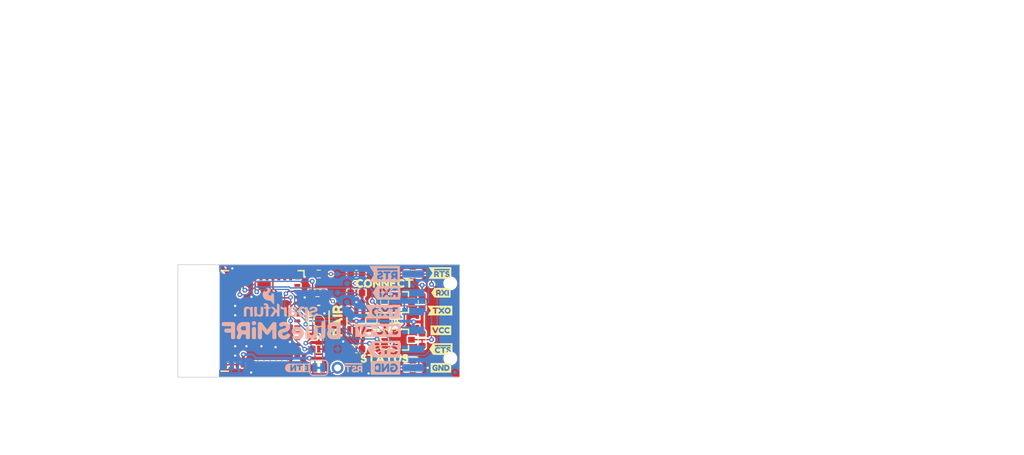
<source format=kicad_pcb>
(kicad_pcb (version 20221018) (generator pcbnew)
  (layers (0 "F.Cu" signal) (31 "B.Cu" signal) (34 "B.Paste" user) (35 "F.Paste" user) (36 "B.SilkS" user "B.Silkscreen") (37 "F.SilkS" user "F.Silkscreen") (38 "B.Mask" user) (39 "F.Mask" user) (44 "Edge.Cuts" user))
  (net 0 "")
  (net 1 "+3.3V")
  (net 2 "GND")
  (net 3 "VCC")
  (net 4 "Net-(D1-A)")
  (net 5 "Net-(D2-A)")
  (net 6 "~{RTS_HV}")
  (net 7 "RX_HV")
  (net 8 "TX_HV")
  (net 9 "~{CTS_HV}")
  (net 10 "TX_LV")
  (net 11 "~{RTS_LV}")
  (net 12 "Net-(U1-EN)")
  (net 13 "RX_LV")
  (net 14 "~{CTS_LV}")
  (net 33 "PAIR")
  (net 34 "Net-(JP1-A)")
  (net 35 "/Connect")
  (net 39 "/Status")
  (net 40 "Net-(U1-IOA15)")
  (footprint "kibuzzard-655A5C31" (layer "F.Cu") (at 159.131 124.46 90)
    (fp_text reference "kibuzzard-655A5C31" hide)
    (fp_text value "G***" hide)
  )
  (footprint "kibuzzard-655A539C" (layer "F.Cu") (at 164.973 117.983)
    (fp_text reference "kibuzzard-655A539C" hide)
    (fp_text value "G***" hide)
  )
  (footprint "SparkFun-LED:LED_0603_1608Metric" (layer "F.Cu") (at 157.48 118.11)
    (fp_text reference "D1")
    (fp_text value "Green")
    (pad "1" smd roundrect (at -0.7875 0) (size 0.875 0.95) (layers "F.Cu" "F.Paste" "F.Mask") (net 2 "GND"))
    (pad "2" smd roundrect (at 0.7875 0) (size 0.875 0.95) (layers "F.Cu" "F.Paste" "F.Mask") (net 4 "Net-(D1-A)"))
  )
  (footprint "SparkFun-Semiconductor-Standard:SOT23-3" (layer "F.Cu") (at 160.02 121.92)
    (fp_text reference "Q2")
    (fp_text value "NMOS_0.2A_50V")
    (pad "1" smd rect (at -1 -0.95 270) (size 0.8 0.9) (layers "F.Cu" "F.Paste" "F.Mask") (net 1 "+3.3V"))
    (pad "2" smd rect (at -1 0.95 270) (size 0.8 0.9) (layers "F.Cu" "F.Paste" "F.Mask") (net 11 "~{RTS_LV}"))
    (pad "3" smd rect (at 1.1 0 270) (size 0.8 0.9) (layers "F.Cu" "F.Paste" "F.Mask") (net 6 "~{RTS_HV}"))
  )
  (footprint "SparkFun-Resistor:R_0603_1608Metric" (layer "F.Cu") (at 148.59 118.11)
    (fp_text reference "R3")
    (fp_text value "1k")
    (pad "1" smd roundrect (at -0.825 0) (size 0.8 0.95) (layers "F.Cu" "F.Paste" "F.Mask") (net 13 "RX_LV"))
    (pad "2" smd roundrect (at 0.825 0) (size 0.8 0.95) (layers "F.Cu" "F.Paste" "F.Mask") (net 7 "RX_HV"))
  )
  (footprint "SparkFun-Aesthetic:Fiducial_0.5mm_Mask1mm" (layer "F.Cu") (at 135.636 117.348)
    (fp_text reference "FID2")
    (fp_text value "Fiducial_0.5")
    (pad "" smd circle (at 0 0) (size 0.5 0.5) (layers "F.Cu" "F.Mask") (clearance 0.25))
  )
  (footprint "SparkFun-Resistor:R_0603_1608Metric" (layer "F.Cu") (at 161.29 118.11 180)
    (fp_text reference "R5")
    (fp_text value "330")
    (pad "1" smd roundrect (at -0.825 0 180) (size 0.8 0.95) (layers "F.Cu" "F.Paste" "F.Mask") (net 35 "/Connect"))
    (pad "2" smd roundrect (at 0.825 0 180) (size 0.8 0.95) (layers "F.Cu" "F.Paste" "F.Mask") (net 4 "Net-(D1-A)"))
  )
  (footprint "SparkFun-Jumper:SMT-JUMPER_2_NO_SILK" (layer "F.Cu") (at 157.48 124.46 -90)
    (fp_text reference "JP2")
    (fp_text value "~")
    (pad "1" smd rect (at -0.4064 0 270) (size 0.635 1.27) (layers "F.Cu" "F.Mask") (net 3 "VCC"))
    (pad "2" smd rect (at 0.4064 0 270) (size 0.635 1.27) (layers "F.Cu" "F.Mask") (net 1 "+3.3V"))
  )
  (footprint "kibuzzard-65023040" (layer "F.Cu") (at 157.48 129.54)
    (fp_text reference "kibuzzard-65023040" hide)
    (fp_text value "G***" hide)
  )
  (footprint "SparkFun-Aesthetic:Ordering_Instructions" (layer "F.Cu") (at 180.34 81.28)
    (fp_text reference "U7" hide)
    (fp_text value "~" hide)
  )
  (footprint "kibuzzard-655A5381" (layer "F.Cu") (at 164.973 123.063)
    (fp_text reference "kibuzzard-655A5381" hide)
    (fp_text value "G***" hide)
  )
  (footprint "SparkFun-Connector:1X01" (layer "F.Cu") (at 151.13 130.81 90)
    (fp_text reference "TP1")
    (fp_text value "TestPoint")
    (pad "1" thru_hole circle (at 0 0 180) (size 1.6 1.6) (drill 0.95) (layers "*.Cu" "*.Mask") (net 12 "Net-(U1-EN)"))
  )
  (footprint "kibuzzard-6502302E" (layer "F.Cu") (at 157.48 119.38)
    (fp_text reference "kibuzzard-6502302E" hide)
    (fp_text value "G***" hide)
  )
  (footprint "SparkFun-Semiconductor-Standard:SOT23-5" (layer "F.Cu") (at 153.67 124.46 -90)
    (fp_text reference "U2")
    (fp_text value "AP2112K-3.3")
    (pad "1" smd rect (at -1.3001 -0.95 180) (size 0.55 1.2) (layers "F.Cu" "F.Paste" "F.Mask") (net 3 "VCC"))
    (pad "2" smd rect (at -1.3001 0 180) (size 0.55 1.2) (layers "F.Cu" "F.Paste" "F.Mask") (net 2 "GND"))
    (pad "3" smd rect (at -1.3001 0.95 180) (size 0.55 1.2) (layers "F.Cu" "F.Paste" "F.Mask") (net 3 "VCC"))
    (pad "4" smd rect (at 1.3001 0.95 180) (size 0.55 1.2) (layers "F.Cu" "F.Paste" "F.Mask"))
    (pad "5" smd rect (at 1.3001 -0.95 180) (size 0.55 1.2) (layers "F.Cu" "F.Paste" "F.Mask") (net 1 "+3.3V"))
  )
  (footprint "SparkFun-Aesthetic:Creative_Commons_License" (layer "F.Cu") (at 152.4 138.43)
    (fp_text reference "G2" hide)
    (fp_text value "OSHW_Logo" hide)
  )
  (footprint "SparkFun-Capacitor:C_0603_1608Metric" (layer "F.Cu") (at 153.67 120.65 180)
    (fp_text reference "C1")
    (fp_text value "10uF")
    (pad "1" smd roundrect (at -0.775 0 180) (size 0.9 0.95) (layers "F.Cu" "F.Paste" "F.Mask") (net 3 "VCC"))
    (pad "2" smd roundrect (at 0.775 0 180) (size 0.9 0.95) (layers "F.Cu" "F.Paste" "F.Mask") (net 2 "GND"))
  )
  (footprint "SparkFun-Resistor:R_0603_1608Metric" (layer "F.Cu") (at 162.56 127 -90)
    (fp_text reference "R9")
    (fp_text value "1k")
    (pad "1" smd roundrect (at -0.825 0 270) (size 0.8 0.95) (layers "F.Cu" "F.Paste" "F.Mask") (net 3 "VCC"))
    (pad "2" smd roundrect (at 0.825 0 270) (size 0.8 0.95) (layers "F.Cu" "F.Paste" "F.Mask") (net 8 "TX_HV"))
  )
  (footprint "SparkFun-Capacitor:C_0603_1608Metric" (layer "F.Cu") (at 153.67 128.27 180)
    (fp_text reference "C3")
    (fp_text value "1.0uF")
    (pad "1" smd roundrect (at -0.775 0 180) (size 0.9 0.95) (layers "F.Cu" "F.Paste" "F.Mask") (net 1 "+3.3V"))
    (pad "2" smd roundrect (at 0.775 0 180) (size 0.9 0.95) (layers "F.Cu" "F.Paste" "F.Mask") (net 2 "GND"))
  )
  (footprint "kibuzzard-64C48455" (layer "F.Cu") (at 165.1 125.73)
    (fp_text reference "kibuzzard-64C48455" hide)
    (fp_text value "G***" hide)
  )
  (footprint "SparkFun-Aesthetic:Fiducial_0.5mm_Mask1mm" (layer "F.Cu") (at 163.83 129.54)
    (fp_text reference "FID1")
    (fp_text value "Fiducial_0.5")
    (pad "" smd circle (at 0 0) (size 0.5 0.5) (layers "F.Cu" "F.Mask") (clearance 0.25))
  )
  (footprint "kibuzzard-655A4531" (layer "F.Cu") (at 165.1 120.65)
    (fp_text reference "kibuzzard-655A4531" hide)
    (fp_text value "G***" hide)
  )
  (footprint "SparkFun-Resistor:R_0603_1608Metric" (layer "F.Cu") (at 148.59 130.81 180)
    (fp_text reference "R1")
    (fp_text value "4.7k")
    (pad "1" smd roundrect (at -0.825 0 180) (size 0.8 0.95) (layers "F.Cu" "F.Paste" "F.Mask") (net 1 "+3.3V"))
    (pad "2" smd roundrect (at 0.825 0 180) (size 0.8 0.95) (layers "F.Cu" "F.Paste" "F.Mask") (net 12 "Net-(U1-EN)"))
  )
  (footprint "SparkFun-Semiconductor-Standard:SOT23-3" (layer "F.Cu") (at 160.02 127)
    (fp_text reference "Q1")
    (fp_text value "NMOS_0.2A_50V")
    (pad "1" smd rect (at -1 -0.95 270) (size 0.8 0.9) (layers "F.Cu" "F.Paste" "F.Mask") (net 1 "+3.3V"))
    (pad "2" smd rect (at -1 0.95 270) (size 0.8 0.9) (layers "F.Cu" "F.Paste" "F.Mask") (net 10 "TX_LV"))
    (pad "3" smd rect (at 1.1 0 270) (size 0.8 0.9) (layers "F.Cu" "F.Paste" "F.Mask") (net 8 "TX_HV"))
  )
  (footprint "SparkFun-Resistor:R_0603_1608Metric" (layer "F.Cu") (at 162.56 121.92 90)
    (fp_text reference "R10")
    (fp_text value "1k")
    (pad "1" smd roundrect (at -0.825 0 90) (size 0.8 0.95) (layers "F.Cu" "F.Paste" "F.Mask") (net 3 "VCC"))
    (pad "2" smd roundrect (at 0.825 0 90) (size 0.8 0.95) (layers "F.Cu" "F.Paste" "F.Mask") (net 6 "~{RTS_HV}"))
  )
  (footprint "SparkFun-Resistor:R_0603_1608Metric" (layer "F.Cu") (at 148.59 128.27)
    (fp_text reference "R2")
    (fp_text value "10k")
    (pad "1" smd roundrect (at -0.825 0) (size 0.8 0.95) (layers "F.Cu" "F.Paste" "F.Mask") (net 40 "Net-(U1-IOA15)"))
    (pad "2" smd roundrect (at 0.825 0) (size 0.8 0.95) (layers "F.Cu" "F.Paste" "F.Mask") (net 2 "GND"))
  )
  (footprint "kibuzzard-64C4846C" (layer "F.Cu") (at 165.1 130.81)
    (fp_text reference "kibuzzard-64C4846C" hide)
    (fp_text value "G***" hide)
  )
  (footprint "SparkFun-RF:ESP32-MINI" (layer "F.Cu") (at 140.79 124.46 90)
    (fp_text reference "U1")
    (fp_text value "ESP32-PICO-V3-02")
    (pad "1" smd rect (at -5.9 -4 180) (size 0.4 0.8) (layers "F.Cu" "F.Paste" "F.Mask") (net 2 "GND"))
    (pad "2" smd rect (at -5.9 -3.2 180) (size 0.4 0.8) (layers "F.Cu" "F.Paste" "F.Mask") (net 2 "GND"))
    (pad "3" smd rect (at -5.9 -2.4 180) (size 0.4 0.8) (layers "F.Cu" "F.Paste" "F.Mask") (net 1 "+3.3V"))
    (pad "4" smd rect (at -5.9 -1.6 180) (size 0.4 0.8) (layers "F.Cu" "F.Paste" "F.Mask"))
    (pad "5" smd rect (at -5.9 -0.8 180) (size 0.4 0.8) (layers "F.Cu" "F.Paste" "F.Mask"))
    (pad "6" smd rect (at -5.9 0 180) (size 0.4 0.8) (layers "F.Cu" "F.Paste" "F.Mask"))
    (pad "7" smd rect (at -5.9 0.8 180) (size 0.4 0.8) (layers "F.Cu" "F.Paste" "F.Mask"))
    (pad "8" smd rect (at -5.9 1.6 180) (size 0.4 0.8) (layers "F.Cu" "F.Paste" "F.Mask") (net 12 "Net-(U1-EN)"))
    (pad "9" smd rect (at -5.9 2.4 180) (size 0.4 0.8) (layers "F.Cu" "F.Paste" "F.Mask"))
    (pad "10" smd rect (at -5.9 3.2 180) (size 0.4 0.8) (layers "F.Cu" "F.Paste" "F.Mask"))
    (pad "11" smd rect (at -5.9 4 180) (size 0.4 0.8) (layers "F.Cu" "F.Paste" "F.Mask") (net 2 "GND"))
    (pad "12" smd rect (at -4.8 4.9 90) (size 0.4 0.8) (layers "F.Cu" "F.Paste" "F.Mask"))
    (pad "13" smd rect (at -4 4.9 90) (size 0.4 0.8) (layers "F.Cu" "F.Paste" "F.Mask"))
    (pad "14" smd rect (at -3.2 4.9 90) (size 0.4 0.8) (layers "F.Cu" "F.Paste" "F.Mask") (net 2 "GND"))
    (pad "15" smd rect (at -2.4 4.9 90) (size 0.4 0.8) (layers "F.Cu" "F.Paste" "F.Mask"))
    (pad "16" smd rect (at -1.6 4.9 90) (size 0.4 0.8) (layers "F.Cu" "F.Paste" "F.Mask"))
    (pad "17" smd rect (at -0.8 4.9 90) (size 0.4 0.8) (layers "F.Cu" "F.Paste" "F.Mask"))
    (pad "18" smd rect (at 0 4.9 90) (size 0.4 0.8) (layers "F.Cu" "F.Paste" "F.Mask"))
    (pad "19" smd rect (at 0.8 4.9 90) (size 0.4 0.8) (layers "F.Cu" "F.Paste" "F.Mask"))
    (pad "20" smd rect (at 1.6 4.9 90) (size 0.4 0.8) (layers "F.Cu" "F.Paste" "F.Mask") (net 35 "/Connect"))
    (pad "21" smd rect (at 2.4 4.9 90) (size 0.4 0.8) (layers "F.Cu" "F.Paste" "F.Mask") (net 40 "Net-(U1-IOA15)"))
    (pad "22" smd rect (at 3.2 4.9 90) (size 0.4 0.8) (layers "F.Cu" "F.Paste" "F.Mask"))
    (pad "23" smd rect (at 4 4.9 90) (size 0.4 0.8) (layers "F.Cu" "F.Paste" "F.Mask") (net 33 "PAIR"))
    (pad "24" smd rect (at 4.8 4.9 90) (size 0.4 0.8) (layers "F.Cu" "F.Paste" "F.Mask"))
    (pad "25" smd rect (at 5.9 4 180) (size 0.4 0.8) (layers "F.Cu" "F.Paste" "F.Mask"))
    (pad "26" smd rect (at 5.9 3.2 180) (size 0.4 0.8) (layers "F.Cu" "F.Paste" "F.Mask"))
    (pad "27" smd rect (at 5.9 2.4 180) (size 0.4 0.8) (layers "F.Cu" "F.Paste" "F.Mask"))
    (pad "28" smd rect (at 5.9 1.6 180) (size 0.4 0.8) (layers "F.Cu" "F.Paste" "F.Mask") (net 39 "/Status"))
    (pad "29" smd rect (at 5.9 0.8 180) (size 0.4 0.8) (layers "F.Cu" "F.Paste" "F.Mask"))
    (pad "30" smd rect (at 5.9 0 180) (size 0.4 0.8) (layers "F.Cu" "F.Paste" "F.Mask") (net 13 "RX_LV"))
    (pad "31" smd rect (at 5.9 -0.8 180) (size 0.4 0.8) (layers "F.Cu" "F.Paste" "F.Mask") (net 10 "TX_LV"))
    (pad "32" smd rect (at 5.9 -1.6 180) (size 0.4 0.8) (layers "F.Cu" "F.Paste" "F.Mask"))
    (pad "33" smd rect (at 5.9 -2.4 180) (size 0.4 0.8) (layers "F.Cu" "F.Paste" "F.Mask") (net 14 "~{CTS_LV}"))
    (pad "34" smd rect (at 5.9 -3.2 180) (size 0.4 0.8) (layers "F.Cu" "F.Paste" "F.Mask") (net 11 "~{RTS_LV}"))
    (pad "35" smd rect (at 5.9 -4 180) (size 0.4 0.8) (layers "F.Cu" "F.Paste" "F.Mask"))
    (pad "36" smd rect (at 4.8 -4.9 90) (size 0.4 0.8) (layers "F.Cu" "F.Paste" "F.Mask") (net 2 "GND"))
    (pad "37" smd rect (at 4 -4.9 90) (size 0.4 0.8) (layers "F.Cu" "F.Paste" "F.Mask") (net 2 "GND"))
    (pad "38" smd rect (at 3.2 -4.9 90) (size 0.4 0.8) (layers "F.Cu" "F.Paste" "F.Mask") (net 2 "GND"))
    (pad "39" smd rect (at 2.4 -4.9 90) (size 0.4 0.8) (layers "F.Cu" "F.Paste" "F.Mask") (net 2 "GND"))
    (pad "40" smd rect (at 1.6 -4.9 90) (size 0.4 0.8) (layers "F.Cu" "F.Paste" "F.Mask") (net 2 "GND"))
    (pad "41" smd rect (at 0.8 -4.9 90) (size 0.4 0.8) (layers "F.Cu" "F.Paste" "F.Mask") (net 2 "GND"))
    (pad "42" smd rect (at 0 -4.9 90) (size 0.4 0.8) (layers "F.Cu" "F.Paste" "F.Mask") (net 2 "GND"))
    (pad "43" smd rect (at -0.8 -4.9 90) (size 0.4 0.8) (layers "F.Cu" "F.Paste" "F.Mask") (net 2 "GND"))
    (pad "44" smd rect (at -1.6 -4.9 90) (size 0.4 0.8) (layers "F.Cu" "F.Paste" "F.Mask") (net 2 "GND"))
    (pad "45" smd rect (at -2.4 -4.9 90) (size 0.4 0.8) (layers "F.Cu" "F.Paste" "F.Mask") (net 2 "GND"))
    (pad "46" smd rect (at -3.2 -4.9 90) (size 0.4 0.8) (layers "F.Cu" "F.Paste" "F.Mask") (net 2 "GND"))
    (pad "47" smd rect (at -4 -4.9 90) (size 0.4 0.8) (layers "F.Cu" "F.Paste" "F.Mask") (net 2 "GND"))
    (pad "48" smd rect (at -4.8 -4.9 90) (size 0.4 0.8) (layers "F.Cu" "F.Paste" "F.Mask") (net 2 "GND"))
    (pad "49.1" smd rect (at -1.975 -1.975 90) (size 1.45 1.45) (layers "F.Cu" "F.Mask") (net 2 "GND"))
    (pad "49.2" smd rect (at -1.975 0 90) (size 1.45 1.45) (layers "F.Cu" "F.Mask") (net 2 "GND"))
    (pad "49.3" smd rect (at -1.975 1.975 90) (size 1.45 1.45) (layers "F.Cu" "F.Mask") (net 2 "GND"))
    (pad "49.4" smd rect (at 0 1.975 90) (size 1.45 1.45) (layers "F.Cu" "F.Mask") (net 2 "GND"))
    (pad "49.5" smd rect (at 1.975 1.975 90) (size 1.45 1.45) (layers "F.Cu" "F.Mask") (net 2 "GND"))
    (pad "49.6" smd rect (at 1.975 0 90) (size 1.45 1.45) (layers "F.Cu" "F.Mask") (net 2 "GND"))
    (pad "49.7" smd rect (at 1.975 -1.975 90) (size 1.45 1.45) (layers "F.Cu" "F.Mask") (net 2 "GND"))
    (pad "49.8" smd rect (at 0 -1.975 90) (size 1.45 1.45) (layers "F.Cu" "F.Mask") (net 2 "GND"))
    (pad "49.9" smd rect (at 0 0 90) (size 1.45 1.45) (layers "F.Cu" "F.Mask") (net 2 "GND"))
    (pad "50" smd rect (at 5.95 -4.95 90) (size 0.7 0.7) (layers "F.Cu" "F.Paste" "F.Mask") (net 2 "GND"))
    (pad "51" smd rect (at 5.95 4.95 90) (size 0.7 0.7) (layers "F.Cu" "F.Paste" "F.Mask") (net 2 "GND"))
    (pad "52" smd rect (at -5.95 4.95 90) (size 0.7 0.7) (layers "F.Cu" "F.Paste" "F.Mask") (net 2 "GND"))
    (pad "53" smd rect (at -5.95 -4.95 90) (size 0.7 0.7) (layers "F.Cu" "F.Paste" "F.Mask") (net 2 "GND"))
    (zone (net 0) (net_name "") (layer "F.Cu") (connect_pads (clearance 0)) (min_thickness 0.25)
      (keepout (tracks not_allowed) (vias not_allowed) (pads not_allowed) (copperpour not_allowed) (footprints allowed))
      (fill (thermal_gap 0.5) (thermal_bridge_width 0.5))
      (polygon (pts (xy 135.19 131.06) (xy 135.19 117.86) (xy 129.79 117.86) (xy 129.79 131.06)))
    )
    (zone (net 0) (net_name "") (layer "B.Cu") (connect_pads (clearance 0)) (min_thickness 0.25)
      (keepout (tracks not_allowed) (vias not_allowed) (pads not_allowed) (copperpour not_allowed) (footprints allowed))
      (fill (thermal_gap 0.5) (thermal_bridge_width 0.5))
      (polygon (pts (xy 129.79 117.86) (xy 129.79 131.06) (xy 135.19 131.06) (xy 135.19 117.86)))
    )
  )
  (footprint "SparkFun-Resistor:R_0603_1608Metric" (layer "F.Cu") (at 157.48 127 -90)
    (fp_text reference "R7")
    (fp_text value "1k")
    (pad "1" smd roundrect (at -0.825 0 270) (size 0.8 0.95) (layers "F.Cu" "F.Paste" "F.Mask") (net 1 "+3.3V"))
    (pad "2" smd roundrect (at 0.825 0 270) (size 0.8 0.95) (layers "F.Cu" "F.Paste" "F.Mask") (net 10 "TX_LV"))
  )
  (footprint "SparkFun-Capacitor:C_0603_1608Metric" (layer "F.Cu") (at 153.67 118.11 180)
    (fp_text reference "C2")
    (fp_text value "1.0uF")
    (pad "1" smd roundrect (at -0.775 0 180) (size 0.9 0.95) (layers "F.Cu" "F.Paste" "F.Mask") (net 3 "VCC"))
    (pad "2" smd roundrect (at 0.775 0 180) (size 0.9 0.95) (layers "F.Cu" "F.Paste" "F.Mask") (net 2 "GND"))
  )
  (footprint "kibuzzard-6502231B" (layer "F.Cu") (at 151.13 124.46 90)
    (fp_text reference "kibuzzard-6502231B" hide)
    (fp_text value "G***" hide)
  )
  (footprint "kibuzzard-65597E65" (layer "F.Cu") (at 165.1 128.27)
    (fp_text reference "kibuzzard-65597E65" hide)
    (fp_text value "G***" hide)
  )
  (footprint "SparkFun-Switch:Momentary_SMD_4.6x2.8mm" (layer "F.Cu") (at 148.59 124.46 90)
    (fp_text reference "SW1")
    (fp_text value "SPST_Momentary_4.6x2.8mm")
    (pad "1" smd rect (at -2.05 -0.8 90) (size 0.9 1) (layers "F.Cu" "F.Paste" "F.Mask") (net 34 "Net-(JP1-A)"))
    (pad "1" smd rect (at 2.05 -0.8 90) (size 0.9 1) (layers "F.Cu" "F.Paste" "F.Mask") (net 34 "Net-(JP1-A)"))
    (pad "2" smd rect (at -2.05 0.8 90) (size 0.9 1) (layers "F.Cu" "F.Paste" "F.Mask") (net 2 "GND"))
    (pad "2" smd rect (at 2.05 0.8 90) (size 0.9 1) (layers "F.Cu" "F.Paste" "F.Mask") (net 2 "GND"))
  )
  (footprint "SparkFun-LED:LED_0603_1608Metric" (layer "F.Cu") (at 157.48 130.81)
    (fp_text reference "D2")
    (fp_text value "Red")
    (pad "1" smd roundrect (at -0.7875 0) (size 0.875 0.95) (layers "F.Cu" "F.Paste" "F.Mask") (net 2 "GND"))
    (pad "2" smd roundrect (at 0.7875 0) (size 0.875 0.95) (layers "F.Cu" "F.Paste" "F.Mask") (net 5 "Net-(D2-A)"))
  )
  (footprint "SparkFun-Resistor:R_0603_1608Metric" (layer "F.Cu") (at 148.4 120.65)
    (fp_text reference "R4")
    (fp_text value "1k")
    (pad "1" smd roundrect (at -0.825 0) (size 0.8 0.95) (layers "F.Cu" "F.Paste" "F.Mask") (net 14 "~{CTS_LV}"))
    (pad "2" smd roundrect (at 0.825 0) (size 0.8 0.95) (layers "F.Cu" "F.Paste" "F.Mask") (net 9 "~{CTS_HV}"))
  )
  (footprint "SparkFun-Capacitor:C_0603_1608Metric" (layer "F.Cu") (at 153.67 130.81 180)
    (fp_text reference "C4")
    (fp_text value "10uF")
    (pad "1" smd roundrect (at -0.775 0 180) (size 0.9 0.95) (layers "F.Cu" "F.Paste" "F.Mask") (net 1 "+3.3V"))
    (pad "2" smd roundrect (at 0.775 0 180) (size 0.9 0.95) (layers "F.Cu" "F.Paste" "F.Mask") (net 2 "GND"))
  )
  (footprint "SparkFun-Resistor:R_0603_1608Metric" (layer "F.Cu") (at 157.48 121.92 -90)
    (fp_text reference "R8")
    (fp_text value "1k")
    (pad "1" smd roundrect (at -0.825 0 270) (size 0.8 0.95) (layers "F.Cu" "F.Paste" "F.Mask") (net 1 "+3.3V"))
    (pad "2" smd roundrect (at 0.825 0 270) (size 0.8 0.95) (layers "F.Cu" "F.Paste" "F.Mask") (net 11 "~{RTS_LV}"))
  )
  (footprint "SparkFun-Resistor:R_0603_1608Metric" (layer "F.Cu") (at 161.29 130.81 180)
    (fp_text reference "R6")
    (fp_text value "4.7k")
    (pad "1" smd roundrect (at -0.825 0 180) (size 0.8 0.95) (layers "F.Cu" "F.Paste" "F.Mask") (net 39 "/Status"))
    (pad "2" smd roundrect (at 0.825 0 180) (size 0.8 0.95) (layers "F.Cu" "F.Paste" "F.Mask") (net 5 "Net-(D2-A)"))
  )
  (footprint "SparkFun-Connector:TestPoint-0.75mm" (layer "B.Cu") (at 151.13 123.19 180)
    (fp_text reference "TP3")
    (fp_text value "TestPoint_0.75mm")
    (pad "1" smd roundrect (at 0 0 180) (size 0.75 0.75) (layers "B.Cu" "B.Mask") (roundrect_rratio 0.5) (net 9 "~{CTS_HV}"))
  )
  (footprint "SparkFun-Connector:TestPoint-0.75mm" (layer "B.Cu") (at 151.13 128.27 180)
    (fp_text reference "TP6")
    (fp_text value "TestPoint_0.75mm")
    (pad "1" smd roundrect (at 0 0 180) (size 0.75 0.75) (layers "B.Cu" "B.Mask") (roundrect_rratio 0.5) (net 2 "GND"))
  )
  (footprint "SparkFun-Jumper:SMT-JUMPER_2_NC_TRACE_SILK" (layer "B.Cu") (at 148.59 130.81)
    (fp_text reference "JP1")
    (fp_text value "~")
    (fp_poly (pts (xy -0.25 0.15) (xy 0.25 0.15) (xy 0.25 -0.15) (xy -0.25 -0.15)) (fill solid) (layer "B.Cu"))
    (pad "1" smd rect (at -0.5207 0) (size 0.6604 1.27) (layers "B.Cu" "B.Mask") (net 34 "Net-(JP1-A)"))
    (pad "2" smd rect (at 0.5207 0) (size 0.6604 1.27) (layers "B.Cu" "B.Mask") (net 33 "PAIR"))
  )
  (footprint "kibuzzard-64C47F40" (layer "B.Cu") (at 143.51 125.73 180)
    (fp_text reference "kibuzzard-64C47F40" hide)
    (fp_text value "G***" hide)
  )
  (footprint "SparkFun-Connector:TestPoint-0.75mm" (layer "B.Cu") (at 152.4 119.38 180)
    (fp_text reference "TP7")
    (fp_text value "TestPoint_0.75mm")
    (pad "1" smd roundrect (at 0 0 180) (size 0.75 0.75) (layers "B.Cu" "B.Mask") (roundrect_rratio 0.5) (net 3 "VCC"))
  )
  (footprint "SparkFun-Aesthetic:Fiducial_0.5mm_Mask1mm" (layer "B.Cu") (at 167.005 131.445 180)
    (fp_text reference "FID3")
    (fp_text value "Fiducial_0.5")
    (pad "" smd circle (at 0 0 180) (size 0.5 0.5) (layers "B.Cu" "B.Mask") (clearance 0.25))
  )
  (footprint "SparkFun-Aesthetic:SparkFun_Logo_10mm" (layer "B.Cu") (at 143.51 123.19 180)
    (fp_text reference "G***")
    (fp_text value "LOGO" hide)
  )
  (footprint "kibuzzard-655A454B" (layer "B.Cu") (at 157.734 120.65 180)
    (fp_text reference "kibuzzard-655A454B" hide)
    (fp_text value "G***" hide)
  )
  (footprint "kibuzzard-65022EAF" (layer "B.Cu") (at 157.607 130.81 180)
    (fp_text reference "kibuzzard-65022EAF" hide)
    (fp_text value "G***" hide)
  )
  (footprint "SparkFun-Connector:TestPoint-0.75mm" (layer "B.Cu") (at 151.13 120.65 180)
    (fp_text reference "TP5")
    (fp_text value "TestPoint_0.75mm")
    (pad "1" smd roundrect (at 0 0 180) (size 0.75 0.75) (layers "B.Cu" "B.Mask") (roundrect_rratio 0.5) (net 6 "~{RTS_HV}"))
  )
  (footprint "SparkFun-Connector:TestPoint-0.75mm" (layer "B.Cu") (at 152.4 121.92 180)
    (fp_text reference "TP4")
    (fp_text value "TestPoint_0.75mm")
    (pad "1" smd roundrect (at 0 0 180) (size 0.75 0.75) (layers "B.Cu" "B.Mask") (roundrect_rratio 0.5) (net 8 "TX_HV"))
  )
  (footprint "kibuzzard-65597EC2" (layer "B.Cu") (at 157.353 128.27 180)
    (fp_text reference "kibuzzard-65597EC2" hide)
    (fp_text value "G***" hide)
  )
  (footprint "SparkFun-Connector:TestPoint-0.75mm" (layer "B.Cu") (at 151.13 118.11 180)
    (fp_text reference "TP2")
    (fp_text value "TestPoint_0.75mm")
    (pad "1" smd roundrect (at 0 0 180) (size 0.75 0.75) (layers "B.Cu" "B.Mask") (roundrect_rratio 0.5) (net 7 "RX_HV"))
  )
  (footprint "kibuzzard-65022F1B" (layer "B.Cu") (at 145.669 130.820001 180)
    (fp_text reference "kibuzzard-65022F1B" hide)
    (fp_text value "G***" hide)
  )
  (footprint "kibuzzard-65597EE2" (layer "B.Cu") (at 157.48 118.12 180)
    (fp_text reference "kibuzzard-65597EE2" hide)
    (fp_text value "G***" hide)
  )
  (footprint "SparkFun-Aesthetic:Fiducial_0.5mm_Mask1mm" (layer "B.Cu") (at 135.89 117.602 180)
    (fp_text reference "FID4")
    (fp_text value "Fiducial_0.5")
    (pad "" smd circle (at 0 0 180) (size 0.5 0.5) (layers "B.Cu" "B.Mask") (clearance 0.25))
  )
  (footprint "kibuzzard-655A4561" (layer "B.Cu") (at 157.226 123.22 180)
    (fp_text reference "kibuzzard-655A4561" hide)
    (fp_text value "G***" hide)
  )
  (footprint "kibuzzard-655A45DC" (layer "B.Cu") (at 153.289 130.81 180)
    (fp_text reference "kibuzzard-655A45DC" hide)
    (fp_text value "G***" hide)
  )
  (footprint "kibuzzard-655A5305" (layer "B.Cu") (at 156.591 125.73 180)
    (fp_text reference "kibuzzard-655A5305" hide)
    (fp_text value "G***" hide)
  )
  (footprint "SparkFun-Connector:1X06-SMD_RA_MALE" (layer "B.Cu") (at 166.37 124.46 -90)
    (fp_text reference "J1")
    (fp_text value "Conn_01x06")
    (pad "" np_thru_hole circle (at -5.08 0 270) (size 1.4 1.4) (drill 1.4) (layers "*.Cu" "*.Mask"))
    (pad "" np_thru_hole circle (at 5.08 0 270) (size 1.4 1.4) (drill 1.4) (layers "*.Cu" "*.Mask"))
    (pad "1" smd rect (at -6.35 5 180) (size 3 1) (layers "B.Cu" "B.Paste" "B.Mask") (net 6 "~{RTS_HV}"))
    (pad "2" smd rect (at -3.81 5 180) (size 3 1) (layers "B.Cu" "B.Paste" "B.Mask") (net 7 "RX_HV"))
    (pad "3" smd rect (at -1.27 5 180) (size 3 1) (layers "B.Cu" "B.Paste" "B.Mask") (net 8 "TX_HV"))
    (pad "4" smd rect (at 1.27 5 180) (size 3 1) (layers "B.Cu" "B.Paste" "B.Mask") (net 3 "VCC"))
    (pad "5" smd rect (at 3.81 5 180) (size 3 1) (layers "B.Cu" "B.Paste" "B.Mask") (net 9 "~{CTS_HV}"))
    (pad "6" smd rect (at 6.35 5 180) (size 3 1) (layers "B.Cu" "B.Paste" "B.Mask") (net 2 "GND"))
  )
  (gr_rect (start 129.54 116.84) (end 167.64 132.08) (stroke (width 0.1)) (fill none) (layer "Edge.Cuts"))
  (gr_text "v11" (at 137.16 130.81) (layer "B.Cu" knockout) (effects (font (size 1.016 1.016) (thickness 0.254) bold) (justify mirror)))
  (segment (start 147.32 129.5) (end 149.415219 129.5) (width 0.4064) (layer "F.Cu") (net 1))
  (segment (start 154.62 127.001359) (end 154.445 127.176359) (width 0.4064) (layer "F.Cu") (net 1))
  (segment (start 149.415219 129.5) (end 154.445 129.5) (width 0.4064) (layer "F.Cu") (net 1))
  (segment (start 138.39 129.01) (end 138.4 129) (width 0.4064) (layer "F.Cu") (net 1))
  (segment (start 158.895 121.095) (end 159.02 120.97) (width 0.1778) (layer "F.Cu") (net 1))
  (segment (start 160.147 124.923) (end 160.147 122.097) (width 0.1778) (layer "F.Cu") (net 1))
  (segment (start 154.445 129.5) (end 154.445 128.27) (width 0.4064) (layer "F.Cu") (net 1))
  (segment (start 155.68505 125.7601) (end 154.62 125.7601) (width 0.4064) (layer "F.Cu") (net 1))
  (segment (start 149.415 130.81) (end 149.415 129.500219) (width 0.4064) (layer "F.Cu") (net 1))
  (segment (start 154.445 130.81) (end 154.445 129.5) (width 0.4064) (layer "F.Cu") (net 1))
  (segment (start 157.48 124.8664) (end 157.48 126.175) (width 0.4064) (layer "F.Cu") (net 1))
  (segment (start 149.415 129.500219) (end 149.415219 129.5) (width 0.4064) (layer "F.Cu") (net 1))
  (segment (start 138.39 130.36) (end 138.39 129.01) (width 0.4064) (layer "F.Cu") (net 1))
  (segment (start 157.48 126.175) (end 156.09995 126.175) (width 0.4064) (layer "F.Cu") (net 1))
  (segment (start 158.895 126.175) (end 159.02 126.05) (width 0.1778) (layer "F.Cu") (net 1))
  (segment (start 156.09995 126.175) (end 155.68505 125.7601) (width 0.4064) (layer "F.Cu") (net 1))
  (segment (start 154.445 127.176359) (end 154.445 128.27) (width 0.4064) (layer "F.Cu") (net 1))
  (segment (start 159.02 126.05) (end 160.147 124.923) (width 0.1778) (layer "F.Cu") (net 1))
  (segment (start 160.147 122.097) (end 159.02 120.97) (width 0.1778) (layer "F.Cu") (net 1))
  (segment (start 157.48 121.095) (end 158.895 121.095) (width 0.1778) (layer "F.Cu") (net 1))
  (segment (start 157.48 126.175) (end 158.895 126.175) (width 0.1778) (layer "F.Cu") (net 1))
  (segment (start 154.62 125.7601) (end 154.62 127.001359) (width 0.4064) (layer "F.Cu") (net 1))
  (via (at 147.32 129.5) (size 0.6604) (drill 0.3048) (layers "F.Cu" "B.Cu") (net 1))
  (via (at 138.4 129) (size 0.6604) (drill 0.3048) (layers "F.Cu" "B.Cu") (net 1))
  (segment (start 139.605 129) (end 138.4 129) (width 0.4064) (layer "B.Cu") (net 1))
  (segment (start 147.32 129.5) (end 140.105 129.5) (width 0.4064) (layer "B.Cu") (net 1))
  (segment (start 140.105 129.5) (end 139.605 129) (width 0.4064) (layer "B.Cu") (net 1))
  (segment (start 135.84 119.61) (end 135.89 119.66) (width 0.4064) (layer "F.Cu") (net 2))
  (segment (start 142.765 122.485) (end 142.765 121.429) (width 0.4064) (layer "F.Cu") (net 2))
  (segment (start 137.59 129.462) (end 137.287 129.159) (width 0.4064) (layer "F.Cu") (net 2))
  (segment (start 145.74 130.41) (end 146.666 130.41) (width 0.4064) (layer "F.Cu") (net 2))
  (segment (start 145.06 127.66) (end 144.7 127.3) (width 0.4064) (layer "F.Cu") (net 2))
  (segment (start 138.815 126.435) (end 140.79 126.435) (width 0.4064) (layer "F.Cu") (net 2))
  (segment (start 145.74 118.51) (end 146.793 118.51) (width 0.4064) (layer "F.Cu") (net 2))
  (segment (start 140.79 127.836) (end 140.843 127.889) (width 0.4064) (layer "F.Cu") (net 2))
  (segment (start 140.79 124.46) (end 138.815 124.46) (width 0.4064) (layer "F.Cu") (net 2))
  (segment (start 138.815 124.46) (end 137.414 124.46) (width 0.4064) (layer "F.Cu") (net 2))
  (segment (start 135.89 126.06) (end 136.652 126.06) (width 0.4064) (layer "F.Cu") (net 2))
  (segment (start 135.89 122.86) (end 136.855 122.86) (width 0.4064) (layer "F.Cu") (net 2))
  (segment (start 138.815 127.885) (end 138.811 127.889) (width 0.4064) (layer "F.Cu") (net 2))
  (segment (start 135.84 130.41) (end 135.84 131.522) (width 0.4064) (layer "F.Cu") (net 2))
  (segment (start 136.5 121.26) (end 136.652 121.412) (width 0.4064) (layer "F.Cu") (net 2))
  (segment (start 136.766 126.86) (end 136.906 127) (width 0.4064) (layer "F.Cu") (net 2))
  (segment (start 143.2524 128.016) (end 142.748 128.016) (width 0.4064) (layer "F.Cu") (net 2))
  (segment (start 135.89 123.66) (end 137.247 123.66) (width 0.4064) (layer "F.Cu") (net 2))
  (segment (start 138.815 122.485) (end 137.344 122.485) (width 0.4064) (layer "F.Cu") (net 2))
  (segment (start 136.79 130.36) (end 136.79 131.434) (width 0.4064) (layer "F.Cu") (net 2))
  (segment (start 140.79 122.485) (end 140.79 121.338) (width 0.4064) (layer "F.Cu") (net 2))
  (segment (start 142.765 127.999) (end 142.748 128.016) (width 0.4064) (layer "F.Cu") (net 2))
  (segment (start 135.89 121.26) (end 136.5 121.26) (width 0.4064) (layer "F.Cu") (net 2))
  (segment (start 135.89 125.26) (end 136.868 125.26) (width 0.4064) (layer "F.Cu") (net 2))
  (segment (start 136.79 130.36) (end 136.79 129.656) (width 0.4064) (layer "F.Cu") (net 2))
  (segment (start 137.59 130.36) (end 137.59 131.396) (width 0.4064) (layer "F.Cu") (net 2))
  (segment (start 142.765 126.435) (end 142.765 127.999) (width 0.4064) (layer "F.Cu") (net 2))
  (segment (start 138.815 126.435) (end 138.815 127.885) (width 0.4064) (layer "F.Cu") (net 2))
  (segment (start 135.84 129.31) (end 135.89 129.26) (width 0.4064) (layer "F.Cu") (net 2))
  (segment (start 136.884475 117.348) (end 136.906 117.348) (width 0.4064) (layer "F.Cu") (net 2))
  (segment (start 135.84 118.392475) (end 136.884475 117.348) (width 0.4064) (layer "F.Cu") (net 2))
  (segment (start 142.765 122.485) (end 142.765 124.46) (width 0.4064) (layer "F.Cu") (net 2))
  (segment (start 137.058 127.66) (end 137.287 127.889) (width 0.4064) (layer "F.Cu") (net 2))
  (segment (start 136.716 120.46) (end 136.906 120.65) (width 0.4064) (layer "F.Cu") (net 2))
  (segment (start 142.765 124.46) (end 140.79 124.46) (width 0.4064) (layer "F.Cu") (net 2))
  (segment (start 140.79 122.485) (end 142.765 122.485) (width 0.4064) (layer "F.Cu") (net 2))
  (segment (start 135.89 128.46) (end 136.716 128.46) (width 0.4064) (layer "F.Cu") (net 2))
  (segment (start 153.67 123.1599) (end 153.67 121.92) (width 0.5588) (layer "F.Cu") (net 2))
  (segment (start 135.84 130.41) (end 135.84 129.31) (width 0.4064) (layer "F.Cu") (net 2))
  (segment (start 135.89 126.86) (end 136.766 126.86) (width 0.4064) (layer "F.Cu") (net 2))
  (segment (start 142.765 124.46) (end 142.765 126.435) (width 0.4064) (layer "F.Cu") (net 2))
  (segment (start 135.89 124.46) (end 136.652 124.46) (width 0.4064) (layer "F.Cu") (net 2))
  (segment (start 135.89 120.46) (end 136.716 120.46) (width 0.4064) (layer "F.Cu") (net 2))
  (segment (start 145.69 127.66) (end 145.06 127.66) (width 0.4064) (layer "F.Cu") (net 2))
  (segment (start 140.79 126.435) (end 140.79 127.836) (width 0.4064) (layer "F.Cu") (net 2))
  (segment (start 137.247 123.66) (end 137.287 123.7) (width 0.4064) (layer "F.Cu") (net 2))
  (segment (start 138.815 122.485) (end 140.79 122.485) (width 0.4064) (layer "F.Cu") (net 2))
  (segment (start 140.79 126.435) (end 140.79 124.46) (width 0.4064) (layer "F.Cu") (net 2))
  (segment (start 136.919 122.06) (end 137.287 122.428) (width 0.4064) (layer "F.Cu") (net 2))
  (segment (start 138.815 126.435) (end 137.598 126.435) (width 0.4064) (layer "F.Cu") (net 2))
  (segment (start 138.815 126.435) (end 138.815 124.46) (width 0.4064) (layer "F.Cu") (net 2))
  (segment (start 137.344 122.485) (end 137.287 122.428) (width 0.4064) (layer "F.Cu") (net 2))
  (segment (start 137.59 130.36) (end 137.59 129.462) (width 0.4064) (layer "F.Cu") (net 2))
  (segment (start 135.89 122.06) (end 136.919 122.06) (width 0.4064) (layer "F.Cu") (net 2))
  (segment (start 144.79 130.36) (end 144.79 129.5536) (width 0.4064) (layer "F.Cu") (net 2))
  (segment (start 140.79 126.435) (end 142.765 126.435) (width 0.4064) (layer "F.Cu") (net 2))
  (segment (start 144.79 130.36) (end 144.79 131.054) (width 0.4064) (layer "F.Cu") (net 2))
  (segment (start 135.84 118.51) (end 135.84 119.61) (width 0.4064) (layer "F.Cu") (net 2))
  (segment (start 136.79 129.656) (end 137.287 129.159) (width 0.4064) (layer "F.Cu") (net 2))
  (segment (start 136.83 126.06) (end 136.906 125.984) (width 0.4064) (layer "F.Cu") (net 2))
  (segment (start 144.79 129.5536) (end 143.2524 128.016) (width 0.4064) (layer "F.Cu") (net 2))
  (segment (start 136.716 128.46) (end 137.287 127.889) (width 0.4064) (layer "F.Cu") (net 2))
  (segment (start 137.186 129.26) (end 137.287 129.159) (width 0.4064) (layer "F.Cu") (net 2))
  (segment (start 135.89 127.66) (end 137.058 127.66) (width 0.4064) (layer "F.Cu") (net 2))
  (segment (start 136.855 122.86) (end 137.287 122.428) (width 0.4064) (layer "F.Cu") (net 2))
  (segment (start 135.84 118.51) (end 135.84 118.392475) (width 0.4064) (layer "F.Cu") (net 2))
  (segment (start 140.79 124.46) (end 140.79 122.485) (width 0.4064) (layer "F.Cu") (net 2))
  (via (at 149.352 123.444) (size 0.6604) (drill 0.3048) (layers "F.Cu" "B.Cu") (net 2))
  (via (at 142.748 128.016) (size 0.6604) (drill 0.3048) (layers "F.Cu" "B.Cu") (net 2))
  (via (at 137.287 129.159) (size 0.6604) (drill 0.3048) (layers "F.Cu" "B.Cu") (net 2))
  (via (at 144.7 127.3) (size 0.6604) (drill 0.3048) (layers "F.Cu" "B.Cu") (net 2))
  (via (at 140.843 127.889) (size 0.6604) (drill 0.3048) (layers "F.Cu" "B.Cu") (net 2))
  (via (at 136.906 117.348) (size 0.6604) (drill 0.3048) (layers "F.Cu" "B.Cu") (net 2))
  (via (at 137.287 127.889) (size 0.6604) (drill 0.3048) (layers "F.Cu" "B.Cu") (net 2))
  (via (at 137.287 122.428) (size 0.6604) (drill 0.3048) (layers "F.Cu" "B.Cu") (net 2))
  (via (at 146.685 118.491) (size 0.6604) (drill 0.3048) (layers "F.Cu" "B.Cu") (net 2))
  (via (at 151.892 127.254) (size 0.6604) (drill 0.3048) (layers "F.Cu" "B.Cu") (net 2))
  (via (at 155.321 131.572) (size 0.6604) (drill 0.3048) (layers "F.Cu" "B.Cu") (net 2))
  (via (at 139.5 121.2) (size 0.6604) (drill 0.3048) (layers "F.Cu" "B.Cu") (net 2))
  (via (at 139.446 131.445) (size 0.6604) (drill 0.3048) (layers "F.Cu" "B.Cu") (net 2))
  (via (at 138.811 127.889) (size 0.6604) (drill 0.3048) (layers "F.Cu" "B.Cu") (net 2))
  (via (at 153.67 121.92) (size 0.6604) (drill 0.3048) (layers "F.Cu" "B.Cu") (net 2))
  (via (at 146.685 121.285) (size 0.6604) (drill 0.3048) (layers "F.Cu" "B.Cu") (net 2))
  (via (at 137.287 123.7) (size 0.6604) (drill 0.3048) (layers "F.Cu" "B.Cu") (net 2))
  (via (at 163.322 130.81) (size 0.6604) (drill 0.3048) (layers "F.Cu" "B.Cu") (net 2))
  (segment (start 162.56 122.745) (end 162.56 124.587) (width 0.4064) (layer "F.Cu") (net 3))
  (segment (start 154.62 123.1599) (end 154.62 121.93) (width 0.4064) (layer "F.Cu") (net 3))
  (segment (start 154.445 121.755) (end 154.445 120.65) (width 0.4064) (layer "F.Cu") (net 3))
  (segment (start 153.543 119.38) (end 154.445 119.38) (width 0.1524) (layer "F.Cu") (net 3))
  (segment (start 152.938455 124.5) (end 153.67 124.5) (width 0.4064) (layer "F.Cu") (net 3))
  (segment (start 154.62 121.93) (end 154.445 121.755) (width 0.4064) (layer "F.Cu") (net 3))
  (segment (start 154.445 118.11) (end 154.445 119.38) (width 0.4064) (layer "F.Cu") (net 3))
  (segment (start 154.62 124.145) (end 154.62 123.1599) (width 0.4064) (layer "F.Cu") (net 3))
  (segment (start 152.72 123.1599) (end 152.72 124.281545) (width 0.4064) (layer "F.Cu") (net 3))
  (segment (start 157.48 124.0536) (end 154.7114 124.0536) (width 0.4064) (layer "F.Cu") (net 3))
  (segment (start 154.445 119.38) (end 154.445 120.65) (width 0.4064) (layer "F.Cu") (net 3))
  (segment (start 153.67 124.5) (end 154.265 124.5) (width 0.4064) (layer "F.Cu") (net 3))
  (segment (start 161.417 124.587) (end 162.56 124.587) (width 0.4064) (layer "F.Cu") (net 3))
  (segment (start 152.72 124.281545) (end 152.938455 124.5) (width 0.4064) (layer "F.Cu") (net 3))
  (segment (start 154.7114 124.0536) (end 154.62 124.145) (width 0.4064) (layer "F.Cu") (net 3))
  (segment (start 154.265 124.5) (end 154.62 124.145) (width 0.4064) (layer "F.Cu") (net 3))
  (segment (start 162.56 126.175) (end 162.56 124.587) (width 0.4064) (layer "F.Cu") (net 3))
  (via (at 161.417 124.587) (size 0.6604) (drill 0.3048) (layers "F.Cu" "B.Cu") (net 3))
  (via (at 153.543 119.38) (size 0.56) (drill 0.3) (layers "F.Cu" "B.Cu") (net 3))
  (via (at 153.67 124.5) (size 0.6604) (drill 0.3048) (layers "F.Cu" "B.Cu") (net 3))
  (segment (start 161.37 125.73) (end 161.37 124.634) (width 0.4064) (layer "B.Cu") (net 3))
  (segment (start 161.33 124.5) (end 153.67 124.5) (width 0.4064) (layer "B.Cu") (net 3))
  (segment (start 161.37 125.73) (end 161.37 124.54) (width 0.4064) (layer "B.Cu") (net 3))
  (segment (start 161.37 124.634) (end 161.417 124.587) (width 0.4064) (layer "B.Cu") (net 3))
  (segment (start 161.37 124.54) (end 161.33 124.5) (width 0.4064) (layer "B.Cu") (net 3))
  (segment (start 152.4 119.38) (end 153.543 119.38) (width 0.1524) (layer "B.Cu") (net 3))
  (segment (start 158.2675 118.11) (end 160.465 118.11) (width 0.1778) (layer "F.Cu") (net 4))
  (segment (start 160.465 130.81) (end 158.2675 130.81) (width 0.1778) (layer "F.Cu") (net 5))
  (segment (start 161.735 121.92) (end 162.56 121.095) (width 0.1778) (layer "F.Cu") (net 6))
  (segment (start 161.12 121.92) (end 161.735 121.92) (width 0.1778) (layer "F.Cu") (net 6))
  (segment (start 162.56 121.095) (end 162.56 119.620298) (width 0.1778) (layer "F.Cu") (net 6))
  (via (at 162.56 119.620298) (size 0.6604) (drill 0.3048) (layers "F.Cu" "B.Cu") (net 6))
  (segment (start 163.449 121.92) (end 163.449 119.916263) (width 0.1524) (layer "B.Cu") (net 6))
  (segment (start 162.941 122.428) (end 163.449 121.92) (width 0.1524) (layer "B.Cu") (net 6))
  (segment (start 163.449 119.916263) (end 163.2712 119.738463) (width 0.1524) (layer "B.Cu") (net 6))
  (segment (start 163.181298 119.620298) (end 162.56 119.620298) (width 0.1524) (layer "B.Cu") (net 6))
  (segment (start 163.2712 119.7102) (end 163.181298 119.620298) (width 0.1524) (layer "B.Cu") (net 6))
  (segment (start 163.2712 119.738463) (end 163.2712 119.7102) (width 0.1524) (layer "B.Cu") (net 6))
  (segment (start 162.56 119.620298) (end 161.784298 119.620298) (width 0.1778) (layer "B.Cu") (net 6))
  (segment (start 151.13 120.65) (end 153.655868 120.65) (width 0.1524) (layer "B.Cu") (net 6))
  (segment (start 155.433868 122.428) (end 162.941 122.428) (width 0.1524) (layer "B.Cu") (net 6))
  (segment (start 161.784298 119.620298) (end 161.37 119.206) (width 0.1778) (layer "B.Cu") (net 6))
  (segment (start 153.655868 120.65) (end 155.433868 122.428) (width 0.1524) (layer "B.Cu") (net 6))
  (segment (start 161.37 119.206) (end 161.37 118.11) (width 0.1778) (layer "B.Cu") (net 6))
  (segment (start 149.415 118.11) (end 150.241 118.11) (width 0.1524) (layer "F.Cu") (net 7))
  (via (at 150.241 118.11) (size 0.56) (drill 0.3) (layers "F.Cu" "B.Cu") (net 7))
  (segment (start 151.13 118.11) (end 154.94 118.11) (width 0.1524) (layer "B.Cu") (net 7))
  (segment (start 157.48 120.65) (end 161.37 120.65) (width 0.1778) (layer "B.Cu") (net 7))
  (segment (start 150.241 118.11) (end 151.13 118.11) (width 0.1524) (layer "B.Cu") (net 7))
  (segment (start 156.0671 119.2371) (end 157.48 120.65) (width 0.1778) (layer "B.Cu") (net 7))
  (segment (start 154.94 118.11) (end 156.0671 119.2371) (width 0.1524) (layer "B.Cu") (net 7))
  (segment (start 162.56 127) (end 161.12 127) (width 0.1778) (layer "F.Cu") (net 8))
  (segment (start 163.83 127) (end 162.56 127) (width 0.1778) (layer "F.Cu") (net 8))
  (segment (start 162.56 127.825) (end 162.56 127) (width 0.1778) (layer "F.Cu") (net 8))
  (via (at 163.83 127) (size 0.6604) (drill 0.3048) (layers "F.Cu" "B.Cu") (net 8))
  (segment (start 161.37 123.19) (end 163.322 123.19) (width 0.1778) (layer "B.Cu") (net 8))
  (segment (start 163.322 123.19) (end 163.83 123.698) (width 0.1778) (layer "B.Cu") (net 8))
  (segment (start 163.83 123.698) (end 163.83 127) (width 0.1778) (layer "B.Cu") (net 8))
  (segment (start 152.4 121.92) (end 153.67 123.19) (width 0.1524) (layer "B.Cu") (net 8))
  (segment (start 153.67 123.19) (end 161.37 123.19) (width 0.1524) (layer "B.Cu") (net 8))
  (segment (start 150.368 121.793) (end 149.225 120.65) (width 0.1778) (layer "F.Cu") (net 9))
  (segment (start 150.495 121.793) (end 150.368 121.793) (width 0.1778) (layer "F.Cu") (net 9))
  (via (at 150.495 121.793) (size 0.56) (drill 0.3) (layers "F.Cu" "B.Cu") (net 9))
  (segment (start 151.13 122.428) (end 150.495 121.793) (width 0.1778) (layer "B.Cu") (net 9))
  (segment (start 153.162 125.222) (end 151.13 123.19) (width 0.1778) (layer "B.Cu") (net 9))
  (segment (start 151.13 123.19) (end 151.13 122.428) (width 0.1778) (layer "B.Cu") (net 9))
  (segment (start 156.464 125.222) (end 153.162 125.222) (width 0.1778) (layer "B.Cu") (net 9))
  (segment (start 161.37 128.27) (end 159.512 128.27) (width 0.1778) (layer "B.Cu") (net 9))
  (segment (start 159.512 128.27) (end 156.464 125.222) (width 0.1778) (layer "B.Cu") (net 9))
  (segment (start 139.99 118.56) (end 139.99 120.305) (width 0.1778) (layer "F.Cu") (net 10))
  (segment (start 156.464 126.9079) (end 156.5629 126.9079) (width 0.1778) (layer "F.Cu") (net 10))
  (segment (start 139.99 120.305) (end 140.200917 120.515917) (width 0.1778) (layer "F.Cu") (net 10))
  (segment (start 157.605 127.95) (end 157.48 127.825) (width 0.1778) (layer "F.Cu") (net 10))
  (segment (start 156.5629 126.9079) (end 157.48 127.825) (width 0.1778) (layer "F.Cu") (net 10))
  (segment (start 159.02 127.95) (end 157.605 127.95) (width 0.1778) (layer "F.Cu") (net 10))
  (via (at 140.200917 120.515917) (size 0.6604) (drill 0.3048) (layers "F.Cu" "B.Cu") (net 10))
  (via (at 156.464 126.9079) (size 0.6604) (drill 0.3048) (layers "F.Cu" "B.Cu") (net 10))
  (segment (start 145.3261 122.4661) (end 146.876757 124.016757) (width 0.1778) (layer "B.Cu") (net 10))
  (segment (start 150.772731 124.016757) (end 153.663874 126.9079) (width 0.1778) (layer "B.Cu") (net 10))
  (segment (start 140.516834 120.2) (end 144.467303 120.2) (width 0.1778) (layer "B.Cu") (net 10))
  (segment (start 140.200917 120.515917) (end 140.516834 120.2) (width 0.1778) (layer "B.Cu") (net 10))
  (segment (start 145.3261 121.058797) (end 145.3261 122.4661) (width 0.1778) (layer "B.Cu") (net 10))
  (segment (start 144.467303 120.2) (end 145.3261 121.058797) (width 0.1778) (layer "B.Cu") (net 10))
  (segment (start 146.876757 124.016757) (end 150.772731 124.016757) (width 0.1778) (layer "B.Cu") (net 10))
  (segment (start 153.663874 126.9079) (end 156.464 126.9079) (width 0.1778) (layer "B.Cu") (net 10))
  (segment (start 159.02 122.87) (end 157.605 122.87) (width 0.1778) (layer "F.Cu") (net 11))
  (segment (start 137.59 118.56) (end 137.59 119.302) (width 0.1778) (layer "F.Cu") (net 11))
  (segment (start 137.59 119.302) (end 137.922 119.634) (width 0.1778) (layer "F.Cu") (net 11))
  (segment (start 157.605 122.87) (end 157.48 122.745) (width 0.1778) (layer "F.Cu") (net 11))
  (segment (start 137.922 119.634) (end 137.922 120.904) (width 0.1778) (layer "F.Cu") (net 11))
  (segment (start 155.829 121.793) (end 156.781 122.745) (width 0.1778) (layer "F.Cu") (net 11))
  (segment (start 156.781 122.745) (end 157.48 122.745) (width 0.1778) (layer "F.Cu") (net 11))
  (via (at 155.829 121.793) (size 0.6604) (drill 0.3048) (layers "F.Cu" "B.Cu") (net 11))
  (via (at 137.922 120.904) (size 0.6604) (drill 0.3048) (layers "F.Cu" "B.Cu") (net 11))
  (segment (start 155.829 120.3188) (end 155.829 121.793) (width 0.1778) (layer "B.Cu") (net 11))
  (segment (start 139.9722 119.8698) (end 144.604076 119.8698) (width 0.1778) (layer "B.Cu") (net 11))
  (segment (start 138.9229 120.9191) (end 139.9722 119.8698) (width 0.1778) (layer "B.Cu") (net 11))
  (segment (start 137.9371 120.9191) (end 138.9229 120.9191) (width 0.1778) (layer "B.Cu") (net 11))
  (segment (start 144.730577 119.9963) (end 155.5065 119.9963) (width 0.1778) (layer "B.Cu") (net 11))
  (segment (start 155.5065 119.9963) (end 155.829 120.3188) (width 0.1778) (layer "B.Cu") (net 11))
  (segment (start 137.922 120.904) (end 137.9371 120.9191) (width 0.1778) (layer "B.Cu") (net 11))
  (segment (start 144.604076 119.8698) (end 144.730577 119.9963) (width 0.1778) (layer "B.Cu") (net 11))
  (segment (start 142.7 131.6) (end 142.39 131.29) (width 0.1778) (layer "F.Cu") (net 12))
  (segment (start 142.39 131.29) (end 142.39 130.36) (width 0.1778) (layer "F.Cu") (net 12))
  (segment (start 147.765 130.81) (end 147.765 131.584055) (width 0.1778) (layer "F.Cu") (net 12))
  (segment (start 142.7 131.6) (end 147.780945 131.6) (width 0.1778) (layer "F.Cu") (net 12))
  (segment (start 147.780945 131.6) (end 150.34 131.6) (width 0.1778) (layer "F.Cu") (net 12))
  (segment (start 150.34 131.6) (end 151.13 130.81) (width 0.1778) (layer "F.Cu") (net 12))
  (segment (start 147.765 131.584055) (end 147.780945 131.6) (width 0.1778) (layer "F.Cu") (net 12))
  (segment (start 147.765 118.11) (end 147.32 118.11) (width 0.1778) (layer "F.Cu") (net 13))
  (segment (start 140.79 118.56) (end 140.79 117.76) (width 0.1778) (layer "F.Cu") (net 13))
  (segment (start 146.685 117.475) (end 141.075 117.475) (width 0.1778) (layer "F.Cu") (net 13))
  (segment (start 147.32 118.11) (end 146.685 117.475) (width 0.1778) (layer "F.Cu") (net 13))
  (segment (start 140.79 117.76) (end 141.075 117.475) (width 0.1778) (layer "F.Cu") (net 13))
  (segment (start 147.765 120.65) (end 147.765 119.165) (width 0.1778) (layer "F.Cu") (net 14))
  (segment (start 138.6 120.3) (end 138.39 120.09) (width 0.1778) (layer "F.Cu") (net 14))
  (segment (start 147.765 119.165) (end 147.7 119.1) (width 0.1778) (layer "F.Cu") (net 14))
  (segment (start 138.39 120.09) (end 138.39 118.56) (width 0.1778) (layer "F.Cu") (net 14))
  (via (at 138.6 120.3) (size 0.6604) (drill 0.3048) (layers "F.Cu" "B.Cu") (net 14))
  (via (at 147.7 119.1) (size 0.6604) (drill 0.3048) (layers "F.Cu" "B.Cu") (net 14))
  (segment (start 139.039106 120.3) (end 138.6 120.3) (width 0.1778) (layer "B.Cu") (net 14))
  (segment (start 147.7 119.1) (end 140.239106 119.1) (width 0.1778) (layer "B.Cu") (net 14))
  (segment (start 140.239106 119.1) (end 139.039106 120.3) (width 0.1778) (layer "B.Cu") (net 14))
  (segment (start 145.69 120.46) (end 144.456 120.46) (width 0.1778) (layer "F.Cu") (net 33))
  (segment (start 144.456 120.46) (end 144.145 120.771) (width 0.1778) (layer "F.Cu") (net 33))
  (via (at 144.145 120.771) (size 0.6096) (drill 0.3048) (layers "F.Cu" "B.Cu") (net 33))
  (segment (start 149.1107 130.81) (end 149.1107 126.8857) (width 0.1778) (layer "B.Cu") (net 33))
  (segment (start 145.475181 124.380757) (end 145.475181 124.346957) (width 0.1778) (layer "B.Cu") (net 33))
  (segment (start 143.970375 122.842151) (end 143.970375 120.945625) (width 0.1778) (layer "B.Cu") (net 33))
  (segment (start 146.824424 125.73) (end 145.475181 124.380757) (width 0.1778) (layer "B.Cu") (net 33))
  (segment (start 149.1107 126.8857) (end 147.955 125.73) (width 0.1778) (layer "B.Cu") (net 33))
  (segment (start 143.970375 120.945625) (end 144.145 120.771) (width 0.1778) (layer "B.Cu") (net 33))
  (segment (start 147.955 125.73) (end 146.824424 125.73) (width 0.1778) (layer "B.Cu") (net 33))
  (segment (start 145.475181 124.346957) (end 143.970375 122.842151) (width 0.1778) (layer "B.Cu") (net 33))
  (segment (start 147.79 122.41) (end 147.79 126.51) (width 0.1778) (layer "F.Cu") (net 34))
  (segment (start 146.826528 127.473472) (end 147.79 126.51) (width 0.1778) (layer "F.Cu") (net 34))
  (via (at 146.826528 127.473472) (size 0.6096) (drill 0.3048) (layers "F.Cu" "B.Cu") (net 34))
  (segment (start 146.826528 127.473472) (end 147.32 127.473472) (width 0.1778) (layer "B.Cu") (net 34))
  (segment (start 148.0693 128.222772) (end 148.0693 130.81) (width 0.1778) (layer "B.Cu") (net 34))
  (segment (start 147.32 127.473472) (end 148.0693 128.222772) (width 0.1778) (layer "B.Cu") (net 34))
  (segment (start 163.322 118.11) (end 163.83 118.618) (width 0.1778) (layer "F.Cu") (net 35))
  (segment (start 146.821105 123.204052) (end 146.477053 122.86) (width 0.1778) (layer "F.Cu") (net 35))
  (segment (start 163.83 118.618) (end 163.83 119.507) (width 0.1778) (layer "F.Cu") (net 35))
  (segment (start 162.115 118.11) (end 163.322 118.11) (width 0.1778) (layer "F.Cu") (net 35))
  (segment (start 146.477053 122.86) (end 145.69 122.86) (width 0.1778) (layer "F.Cu") (net 35))
  (segment (start 146.821105 124.918457) (end 146.821105 123.204052) (width 0.1778) (layer "F.Cu") (net 35))
  (via (at 163.83 119.507) (size 0.6604) (drill 0.3048) (layers "F.Cu" "B.Cu") (net 35))
  (via (at 146.821105 124.918457) (size 0.6096) (drill 0.3048) (layers "F.Cu" "B.Cu") (net 35))
  (segment (start 162.9569 129.1431) (end 154.89781 129.1431) (width 0.1778) (layer "B.Cu") (net 35))
  (segment (start 164.592 120.269) (end 164.592 127.508) (width 0.1778) (layer "B.Cu") (net 35))
  (segment (start 150.84971 125.095) (end 146.997648 125.095) (width 0.1778) (layer "B.Cu") (net 35))
  (segment (start 146.997648 125.095) (end 146.821105 124.918457) (width 0.1778) (layer "B.Cu") (net 35))
  (segment (start 163.83 119.507) (end 164.592 120.269) (width 0.1778) (layer "B.Cu") (net 35))
  (segment (start 164.592 127.508) (end 162.9569 129.1431) (width 0.1778) (layer "B.Cu") (net 35))
  (segment (start 154.89781 129.1431) (end 150.84971 125.095) (width 0.1778) (layer "B.Cu") (net 35))
  (segment (start 144.7225 121.3425) (end 143.72625 121.3425) (width 0.1778) (layer "F.Cu") (net 39))
  (segment (start 143.72625 121.3425) (end 142.39 120.00625) (width 0.1778) (layer "F.Cu") (net 39))
  (segment (start 142.39 120.00625) (end 142.39 118.56) (width 0.1778) (layer "F.Cu") (net 39))
  (segment (start 144.78 121.285) (end 144.7225 121.3425) (width 0.1778) (layer "F.Cu") (net 39))
  (segment (start 162.115 129.857) (end 162.115 130.81) (width 0.1778) (layer "F.Cu") (net 39))
  (segment (start 155.448 128.143) (end 156.845 129.54) (width 0.1778) (layer "F.Cu") (net 39))
  (segment (start 161.798 129.54) (end 162.115 129.857) (width 0.1778) (layer "F.Cu") (net 39))
  (segment (start 156.845 129.54) (end 161.798 129.54) (width 0.1778) (layer "F.Cu") (net 39))
  (segment (start 155.448 127.508) (end 155.448 128.143) (width 0.1778) (layer "F.Cu") (net 39))
  (via (at 144.78 121.285) (size 0.6096) (drill 0.3048) (layers "F.Cu" "B.Cu") (net 39))
  (via (at 155.448 127.508) (size 0.6604) (drill 0.3048) (layers "F.Cu" "B.Cu") (net 39))
  (segment (start 147.170872 124.46) (end 147.057829 124.346957) (width 0.1778) (layer "B.Cu") (net 39))
  (segment (start 155.448 127.508) (end 153.797 127.508) (width 0.1778) (layer "B.Cu") (net 39))
  (segment (start 147.057829 124.346957) (end 146.730707 124.346957) (width 0.1778) (layer "B.Cu") (net 39))
  (segment (start 153.797 127.508) (end 150.749 124.46) (width 0.1778) (layer "B.Cu") (net 39))
  (segment (start 144.78 122.39625) (end 144.78 121.285) (width 0.1778) (layer "B.Cu") (net 39))
  (segment (start 146.730707 124.346957) (end 144.78 122.39625) (width 0.1778) (layer "B.Cu") (net 39))
  (segment (start 150.749 124.46) (end 147.170872 124.46) (width 0.1778) (layer "B.Cu") (net 39))
  (segment (start 147.765 128.27) (end 146.685 128.27) (width 0.1778) (layer "F.Cu") (net 40))
  (segment (start 145.69 122.06) (end 145.275 122.06) (width 0.1778) (layer "F.Cu") (net 40))
  (segment (start 145.275 122.06) (end 144.78 122.555) (width 0.1778) (layer "F.Cu") (net 40))
  (segment (start 144.78 122.555) (end 144.78 124.46) (width 0.1778) (layer "F.Cu") (net 40))
  (via (at 146.685 128.27) (size 0.6096) (drill 0.3048) (layers "F.Cu" "B.Cu") (net 40))
  (via (at 144.78 124.46) (size 0.6096) (drill 0.3048) (layers "F.Cu" "B.Cu") (net 40))
  (segment (start 146.685 128.27) (end 146.434572 128.019572) (width 0.1778) (layer "B.Cu") (net 40))
  (segment (start 146.106594 127.699675) (end 146.106594 127.691594) (width 0.1778) (layer "B.Cu") (net 40))
  (segment (start 146.434572 128.019572) (end 146.426491 128.019572) (width 0.1778) (layer "B.Cu") (net 40))
  (segment (start 146.106594 127.691594) (end 144.78 126.365) (width 0.1778) (layer "B.Cu") (net 40))
  (segment (start 146.426491 128.019572) (end 146.106594 127.699675) (width 0.1778) (layer "B.Cu") (net 40))
  (segment (start 144.78 126.365) (end 144.78 124.46) (width 0.1778) (layer "B.Cu") (net 40))
  (zone (net 2) (net_name "GND") (layers "F&B.Cu") (connect_pads (clearance 0.2032)) (min_thickness 0.2032) (fill yes (thermal_gap 0.2032) (thermal_bridge_width 0.2032))
    (polygon (pts (xy 135.128 132.08) (xy 135.128 116.84) (xy 167.64 116.84) (xy 167.64 132.08)))
  )
)
</source>
